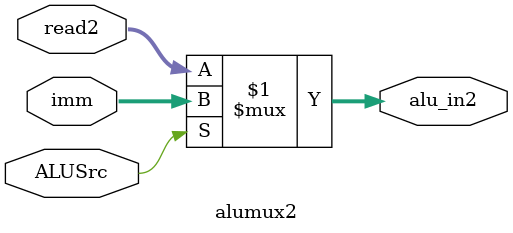
<source format=v>
`timescale 1ns / 1ps


module alumux2(
    input [31:0]imm,
    input [31:0]read2,
    input ALUSrc,

    output [31:0]alu_in2 
    );
    
    assign alu_in2 = (ALUSrc) ? imm : read2; 
endmodule

</source>
